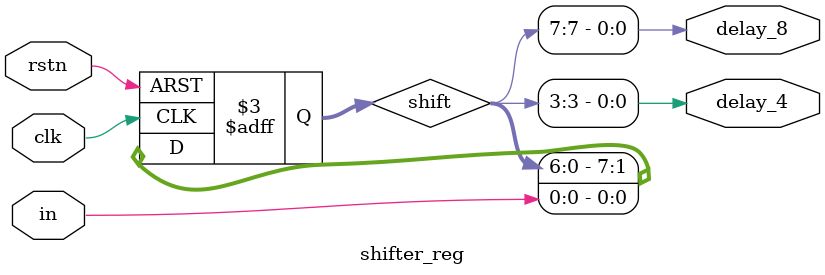
<source format=sv>
module shifter_reg
(
    input  in,
    input clk,
    input rstn,
    output logic delay_4,
    output logic delay_8
);
logic [7:0] shift;
always_ff @(posedge clk or negedge rstn) begin
    if(!rstn) begin
        shift<=0;
    end
    else 
        shift<={shift[6:0],in};
end
assign delay_4=shift[3];
assign delay_8=shift[7];
endmodule
</source>
